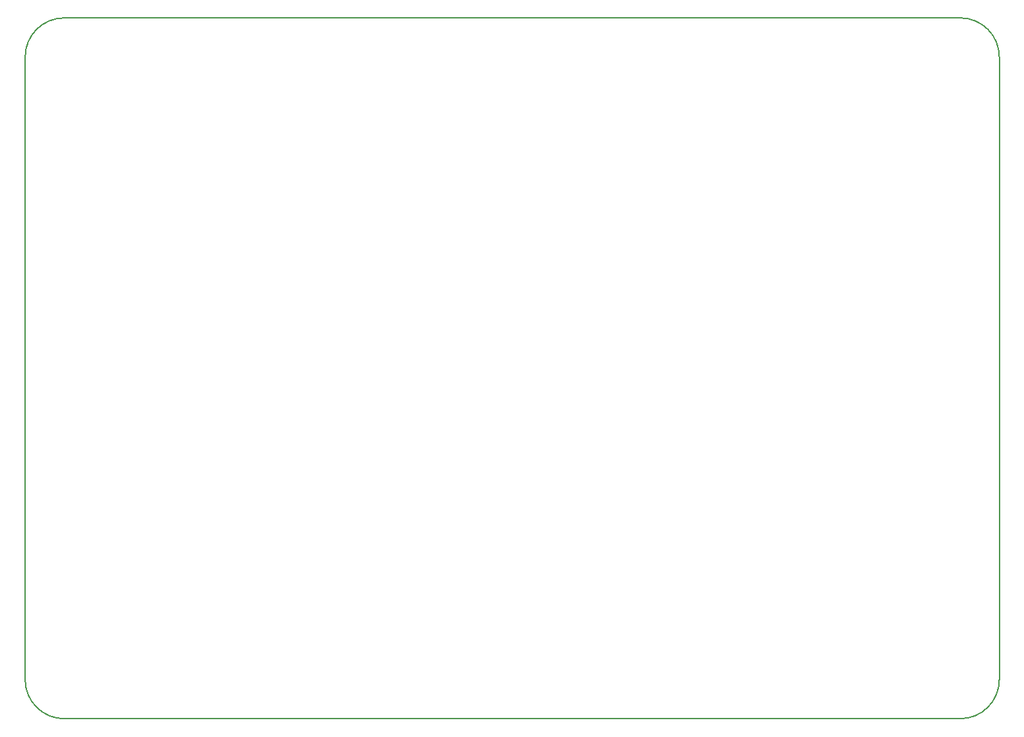
<source format=gbr>
G04 #@! TF.GenerationSoftware,KiCad,Pcbnew,(5.0.0)*
G04 #@! TF.CreationDate,2019-07-23T14:55:16-07:00*
G04 #@! TF.ProjectId,Test Project,546573742050726F6A6563742E6B6963,rev?*
G04 #@! TF.SameCoordinates,Original*
G04 #@! TF.FileFunction,Profile,NP*
%FSLAX46Y46*%
G04 Gerber Fmt 4.6, Leading zero omitted, Abs format (unit mm)*
G04 Created by KiCad (PCBNEW (5.0.0)) date 07/23/19 14:55:16*
%MOMM*%
%LPD*%
G01*
G04 APERTURE LIST*
%ADD10C,0.200000*%
G04 APERTURE END LIST*
D10*
X125000000Y5000000D02*
G75*
G02X120000000Y0I-5000000J0D01*
G01*
X120000000Y90000000D02*
G75*
G02X125000000Y85000000I0J-5000000D01*
G01*
X0Y85000000D02*
G75*
G02X5000000Y90000000I5000000J0D01*
G01*
X5000000Y0D02*
G75*
G02X0Y5000000I0J5000000D01*
G01*
X5000000Y0D02*
X120000000Y0D01*
X125000000Y5000000D02*
X125000000Y85000000D01*
X5000000Y90000000D02*
X120000000Y90000000D01*
X0Y5000000D02*
X0Y85000000D01*
M02*

</source>
